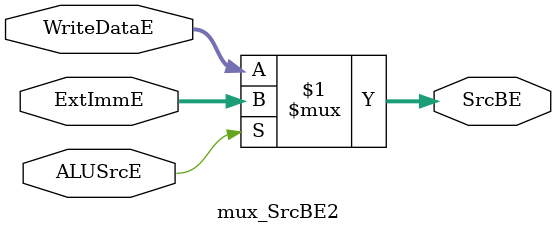
<source format=v>
module mux_SrcBE2(input [31:0] WriteDataE, ExtImmE, input ALUSrcE, output [31:0] SrcBE);
     assign SrcBE = ALUSrcE ?  ExtImmE:WriteDataE;
endmodule

</source>
